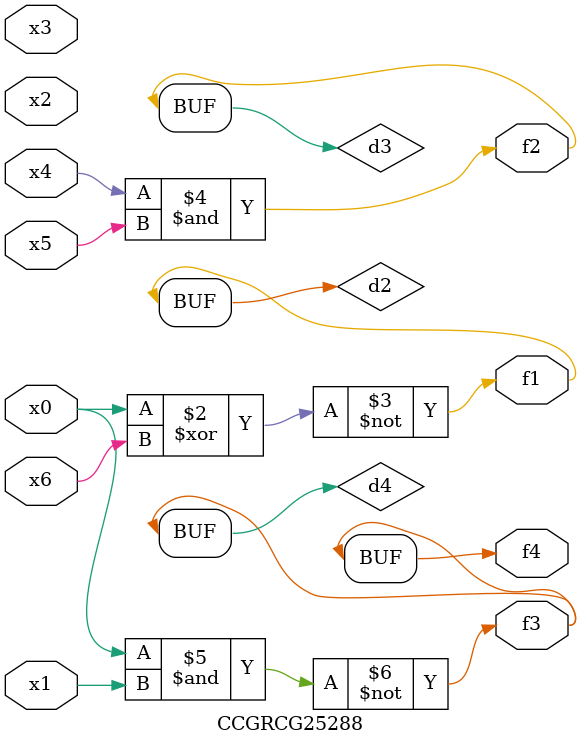
<source format=v>
module CCGRCG25288(
	input x0, x1, x2, x3, x4, x5, x6,
	output f1, f2, f3, f4
);

	wire d1, d2, d3, d4;

	nor (d1, x0);
	xnor (d2, x0, x6);
	and (d3, x4, x5);
	nand (d4, x0, x1);
	assign f1 = d2;
	assign f2 = d3;
	assign f3 = d4;
	assign f4 = d4;
endmodule

</source>
